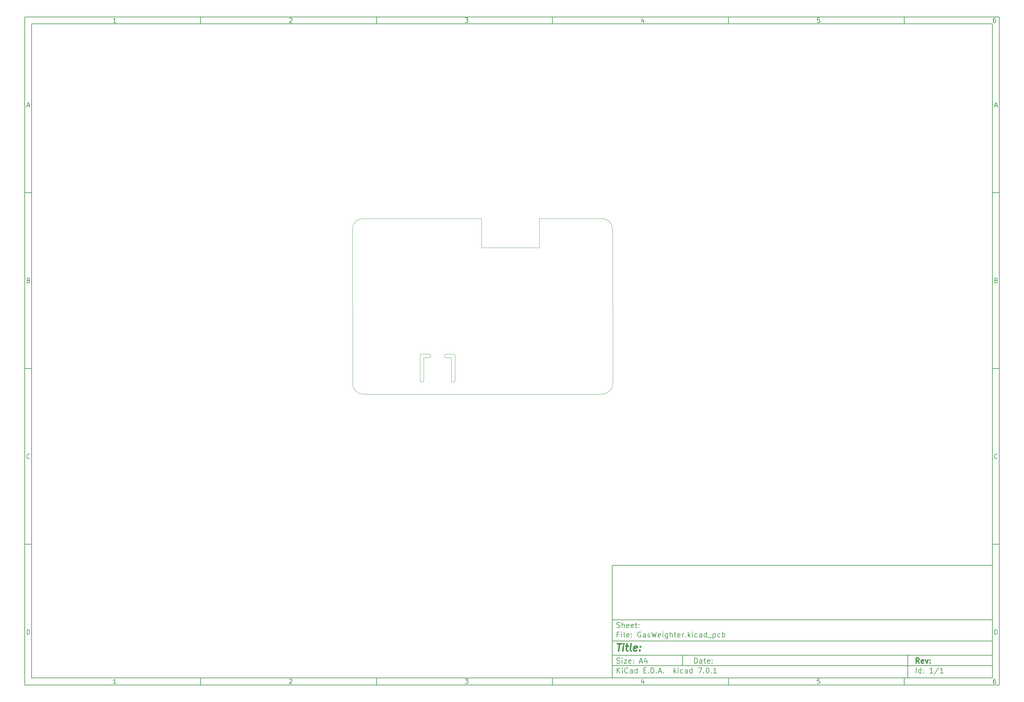
<source format=gbr>
%TF.GenerationSoftware,KiCad,Pcbnew,7.0.1*%
%TF.CreationDate,2023-11-23T19:52:31+01:00*%
%TF.ProjectId,GasWeighter,47617357-6569-4676-9874-65722e6b6963,rev?*%
%TF.SameCoordinates,Original*%
%TF.FileFunction,Profile,NP*%
%FSLAX46Y46*%
G04 Gerber Fmt 4.6, Leading zero omitted, Abs format (unit mm)*
G04 Created by KiCad (PCBNEW 7.0.1) date 2023-11-23 19:52:31*
%MOMM*%
%LPD*%
G01*
G04 APERTURE LIST*
%ADD10C,0.100000*%
%ADD11C,0.150000*%
%ADD12C,0.300000*%
%ADD13C,0.400000*%
%TA.AperFunction,Profile*%
%ADD14C,0.100000*%
%TD*%
G04 APERTURE END LIST*
D10*
D11*
X177002200Y-166007200D02*
X285002200Y-166007200D01*
X285002200Y-198007200D01*
X177002200Y-198007200D01*
X177002200Y-166007200D01*
D10*
D11*
X10000000Y-10000000D02*
X287002200Y-10000000D01*
X287002200Y-200007200D01*
X10000000Y-200007200D01*
X10000000Y-10000000D01*
D10*
D11*
X12000000Y-12000000D02*
X285002200Y-12000000D01*
X285002200Y-198007200D01*
X12000000Y-198007200D01*
X12000000Y-12000000D01*
D10*
D11*
X60000000Y-12000000D02*
X60000000Y-10000000D01*
D10*
D11*
X110000000Y-12000000D02*
X110000000Y-10000000D01*
D10*
D11*
X160000000Y-12000000D02*
X160000000Y-10000000D01*
D10*
D11*
X210000000Y-12000000D02*
X210000000Y-10000000D01*
D10*
D11*
X260000000Y-12000000D02*
X260000000Y-10000000D01*
D10*
D11*
X35990476Y-11601404D02*
X35247619Y-11601404D01*
X35619047Y-11601404D02*
X35619047Y-10301404D01*
X35619047Y-10301404D02*
X35495238Y-10487119D01*
X35495238Y-10487119D02*
X35371428Y-10610928D01*
X35371428Y-10610928D02*
X35247619Y-10672833D01*
D10*
D11*
X85247619Y-10425214D02*
X85309523Y-10363309D01*
X85309523Y-10363309D02*
X85433333Y-10301404D01*
X85433333Y-10301404D02*
X85742857Y-10301404D01*
X85742857Y-10301404D02*
X85866666Y-10363309D01*
X85866666Y-10363309D02*
X85928571Y-10425214D01*
X85928571Y-10425214D02*
X85990476Y-10549023D01*
X85990476Y-10549023D02*
X85990476Y-10672833D01*
X85990476Y-10672833D02*
X85928571Y-10858547D01*
X85928571Y-10858547D02*
X85185714Y-11601404D01*
X85185714Y-11601404D02*
X85990476Y-11601404D01*
D10*
D11*
X135185714Y-10301404D02*
X135990476Y-10301404D01*
X135990476Y-10301404D02*
X135557142Y-10796642D01*
X135557142Y-10796642D02*
X135742857Y-10796642D01*
X135742857Y-10796642D02*
X135866666Y-10858547D01*
X135866666Y-10858547D02*
X135928571Y-10920452D01*
X135928571Y-10920452D02*
X135990476Y-11044261D01*
X135990476Y-11044261D02*
X135990476Y-11353785D01*
X135990476Y-11353785D02*
X135928571Y-11477595D01*
X135928571Y-11477595D02*
X135866666Y-11539500D01*
X135866666Y-11539500D02*
X135742857Y-11601404D01*
X135742857Y-11601404D02*
X135371428Y-11601404D01*
X135371428Y-11601404D02*
X135247619Y-11539500D01*
X135247619Y-11539500D02*
X135185714Y-11477595D01*
D10*
D11*
X185866666Y-10734738D02*
X185866666Y-11601404D01*
X185557142Y-10239500D02*
X185247619Y-11168071D01*
X185247619Y-11168071D02*
X186052380Y-11168071D01*
D10*
D11*
X235928571Y-10301404D02*
X235309523Y-10301404D01*
X235309523Y-10301404D02*
X235247619Y-10920452D01*
X235247619Y-10920452D02*
X235309523Y-10858547D01*
X235309523Y-10858547D02*
X235433333Y-10796642D01*
X235433333Y-10796642D02*
X235742857Y-10796642D01*
X235742857Y-10796642D02*
X235866666Y-10858547D01*
X235866666Y-10858547D02*
X235928571Y-10920452D01*
X235928571Y-10920452D02*
X235990476Y-11044261D01*
X235990476Y-11044261D02*
X235990476Y-11353785D01*
X235990476Y-11353785D02*
X235928571Y-11477595D01*
X235928571Y-11477595D02*
X235866666Y-11539500D01*
X235866666Y-11539500D02*
X235742857Y-11601404D01*
X235742857Y-11601404D02*
X235433333Y-11601404D01*
X235433333Y-11601404D02*
X235309523Y-11539500D01*
X235309523Y-11539500D02*
X235247619Y-11477595D01*
D10*
D11*
X285866666Y-10301404D02*
X285619047Y-10301404D01*
X285619047Y-10301404D02*
X285495238Y-10363309D01*
X285495238Y-10363309D02*
X285433333Y-10425214D01*
X285433333Y-10425214D02*
X285309523Y-10610928D01*
X285309523Y-10610928D02*
X285247619Y-10858547D01*
X285247619Y-10858547D02*
X285247619Y-11353785D01*
X285247619Y-11353785D02*
X285309523Y-11477595D01*
X285309523Y-11477595D02*
X285371428Y-11539500D01*
X285371428Y-11539500D02*
X285495238Y-11601404D01*
X285495238Y-11601404D02*
X285742857Y-11601404D01*
X285742857Y-11601404D02*
X285866666Y-11539500D01*
X285866666Y-11539500D02*
X285928571Y-11477595D01*
X285928571Y-11477595D02*
X285990476Y-11353785D01*
X285990476Y-11353785D02*
X285990476Y-11044261D01*
X285990476Y-11044261D02*
X285928571Y-10920452D01*
X285928571Y-10920452D02*
X285866666Y-10858547D01*
X285866666Y-10858547D02*
X285742857Y-10796642D01*
X285742857Y-10796642D02*
X285495238Y-10796642D01*
X285495238Y-10796642D02*
X285371428Y-10858547D01*
X285371428Y-10858547D02*
X285309523Y-10920452D01*
X285309523Y-10920452D02*
X285247619Y-11044261D01*
D10*
D11*
X60000000Y-198007200D02*
X60000000Y-200007200D01*
D10*
D11*
X110000000Y-198007200D02*
X110000000Y-200007200D01*
D10*
D11*
X160000000Y-198007200D02*
X160000000Y-200007200D01*
D10*
D11*
X210000000Y-198007200D02*
X210000000Y-200007200D01*
D10*
D11*
X260000000Y-198007200D02*
X260000000Y-200007200D01*
D10*
D11*
X35990476Y-199608604D02*
X35247619Y-199608604D01*
X35619047Y-199608604D02*
X35619047Y-198308604D01*
X35619047Y-198308604D02*
X35495238Y-198494319D01*
X35495238Y-198494319D02*
X35371428Y-198618128D01*
X35371428Y-198618128D02*
X35247619Y-198680033D01*
D10*
D11*
X85247619Y-198432414D02*
X85309523Y-198370509D01*
X85309523Y-198370509D02*
X85433333Y-198308604D01*
X85433333Y-198308604D02*
X85742857Y-198308604D01*
X85742857Y-198308604D02*
X85866666Y-198370509D01*
X85866666Y-198370509D02*
X85928571Y-198432414D01*
X85928571Y-198432414D02*
X85990476Y-198556223D01*
X85990476Y-198556223D02*
X85990476Y-198680033D01*
X85990476Y-198680033D02*
X85928571Y-198865747D01*
X85928571Y-198865747D02*
X85185714Y-199608604D01*
X85185714Y-199608604D02*
X85990476Y-199608604D01*
D10*
D11*
X135185714Y-198308604D02*
X135990476Y-198308604D01*
X135990476Y-198308604D02*
X135557142Y-198803842D01*
X135557142Y-198803842D02*
X135742857Y-198803842D01*
X135742857Y-198803842D02*
X135866666Y-198865747D01*
X135866666Y-198865747D02*
X135928571Y-198927652D01*
X135928571Y-198927652D02*
X135990476Y-199051461D01*
X135990476Y-199051461D02*
X135990476Y-199360985D01*
X135990476Y-199360985D02*
X135928571Y-199484795D01*
X135928571Y-199484795D02*
X135866666Y-199546700D01*
X135866666Y-199546700D02*
X135742857Y-199608604D01*
X135742857Y-199608604D02*
X135371428Y-199608604D01*
X135371428Y-199608604D02*
X135247619Y-199546700D01*
X135247619Y-199546700D02*
X135185714Y-199484795D01*
D10*
D11*
X185866666Y-198741938D02*
X185866666Y-199608604D01*
X185557142Y-198246700D02*
X185247619Y-199175271D01*
X185247619Y-199175271D02*
X186052380Y-199175271D01*
D10*
D11*
X235928571Y-198308604D02*
X235309523Y-198308604D01*
X235309523Y-198308604D02*
X235247619Y-198927652D01*
X235247619Y-198927652D02*
X235309523Y-198865747D01*
X235309523Y-198865747D02*
X235433333Y-198803842D01*
X235433333Y-198803842D02*
X235742857Y-198803842D01*
X235742857Y-198803842D02*
X235866666Y-198865747D01*
X235866666Y-198865747D02*
X235928571Y-198927652D01*
X235928571Y-198927652D02*
X235990476Y-199051461D01*
X235990476Y-199051461D02*
X235990476Y-199360985D01*
X235990476Y-199360985D02*
X235928571Y-199484795D01*
X235928571Y-199484795D02*
X235866666Y-199546700D01*
X235866666Y-199546700D02*
X235742857Y-199608604D01*
X235742857Y-199608604D02*
X235433333Y-199608604D01*
X235433333Y-199608604D02*
X235309523Y-199546700D01*
X235309523Y-199546700D02*
X235247619Y-199484795D01*
D10*
D11*
X285866666Y-198308604D02*
X285619047Y-198308604D01*
X285619047Y-198308604D02*
X285495238Y-198370509D01*
X285495238Y-198370509D02*
X285433333Y-198432414D01*
X285433333Y-198432414D02*
X285309523Y-198618128D01*
X285309523Y-198618128D02*
X285247619Y-198865747D01*
X285247619Y-198865747D02*
X285247619Y-199360985D01*
X285247619Y-199360985D02*
X285309523Y-199484795D01*
X285309523Y-199484795D02*
X285371428Y-199546700D01*
X285371428Y-199546700D02*
X285495238Y-199608604D01*
X285495238Y-199608604D02*
X285742857Y-199608604D01*
X285742857Y-199608604D02*
X285866666Y-199546700D01*
X285866666Y-199546700D02*
X285928571Y-199484795D01*
X285928571Y-199484795D02*
X285990476Y-199360985D01*
X285990476Y-199360985D02*
X285990476Y-199051461D01*
X285990476Y-199051461D02*
X285928571Y-198927652D01*
X285928571Y-198927652D02*
X285866666Y-198865747D01*
X285866666Y-198865747D02*
X285742857Y-198803842D01*
X285742857Y-198803842D02*
X285495238Y-198803842D01*
X285495238Y-198803842D02*
X285371428Y-198865747D01*
X285371428Y-198865747D02*
X285309523Y-198927652D01*
X285309523Y-198927652D02*
X285247619Y-199051461D01*
D10*
D11*
X10000000Y-60000000D02*
X12000000Y-60000000D01*
D10*
D11*
X10000000Y-110000000D02*
X12000000Y-110000000D01*
D10*
D11*
X10000000Y-160000000D02*
X12000000Y-160000000D01*
D10*
D11*
X10690476Y-35229976D02*
X11309523Y-35229976D01*
X10566666Y-35601404D02*
X10999999Y-34301404D01*
X10999999Y-34301404D02*
X11433333Y-35601404D01*
D10*
D11*
X11092857Y-84920452D02*
X11278571Y-84982357D01*
X11278571Y-84982357D02*
X11340476Y-85044261D01*
X11340476Y-85044261D02*
X11402380Y-85168071D01*
X11402380Y-85168071D02*
X11402380Y-85353785D01*
X11402380Y-85353785D02*
X11340476Y-85477595D01*
X11340476Y-85477595D02*
X11278571Y-85539500D01*
X11278571Y-85539500D02*
X11154761Y-85601404D01*
X11154761Y-85601404D02*
X10659523Y-85601404D01*
X10659523Y-85601404D02*
X10659523Y-84301404D01*
X10659523Y-84301404D02*
X11092857Y-84301404D01*
X11092857Y-84301404D02*
X11216666Y-84363309D01*
X11216666Y-84363309D02*
X11278571Y-84425214D01*
X11278571Y-84425214D02*
X11340476Y-84549023D01*
X11340476Y-84549023D02*
X11340476Y-84672833D01*
X11340476Y-84672833D02*
X11278571Y-84796642D01*
X11278571Y-84796642D02*
X11216666Y-84858547D01*
X11216666Y-84858547D02*
X11092857Y-84920452D01*
X11092857Y-84920452D02*
X10659523Y-84920452D01*
D10*
D11*
X11402380Y-135477595D02*
X11340476Y-135539500D01*
X11340476Y-135539500D02*
X11154761Y-135601404D01*
X11154761Y-135601404D02*
X11030952Y-135601404D01*
X11030952Y-135601404D02*
X10845238Y-135539500D01*
X10845238Y-135539500D02*
X10721428Y-135415690D01*
X10721428Y-135415690D02*
X10659523Y-135291880D01*
X10659523Y-135291880D02*
X10597619Y-135044261D01*
X10597619Y-135044261D02*
X10597619Y-134858547D01*
X10597619Y-134858547D02*
X10659523Y-134610928D01*
X10659523Y-134610928D02*
X10721428Y-134487119D01*
X10721428Y-134487119D02*
X10845238Y-134363309D01*
X10845238Y-134363309D02*
X11030952Y-134301404D01*
X11030952Y-134301404D02*
X11154761Y-134301404D01*
X11154761Y-134301404D02*
X11340476Y-134363309D01*
X11340476Y-134363309D02*
X11402380Y-134425214D01*
D10*
D11*
X10659523Y-185601404D02*
X10659523Y-184301404D01*
X10659523Y-184301404D02*
X10969047Y-184301404D01*
X10969047Y-184301404D02*
X11154761Y-184363309D01*
X11154761Y-184363309D02*
X11278571Y-184487119D01*
X11278571Y-184487119D02*
X11340476Y-184610928D01*
X11340476Y-184610928D02*
X11402380Y-184858547D01*
X11402380Y-184858547D02*
X11402380Y-185044261D01*
X11402380Y-185044261D02*
X11340476Y-185291880D01*
X11340476Y-185291880D02*
X11278571Y-185415690D01*
X11278571Y-185415690D02*
X11154761Y-185539500D01*
X11154761Y-185539500D02*
X10969047Y-185601404D01*
X10969047Y-185601404D02*
X10659523Y-185601404D01*
D10*
D11*
X287002200Y-60000000D02*
X285002200Y-60000000D01*
D10*
D11*
X287002200Y-110000000D02*
X285002200Y-110000000D01*
D10*
D11*
X287002200Y-160000000D02*
X285002200Y-160000000D01*
D10*
D11*
X285692676Y-35229976D02*
X286311723Y-35229976D01*
X285568866Y-35601404D02*
X286002199Y-34301404D01*
X286002199Y-34301404D02*
X286435533Y-35601404D01*
D10*
D11*
X286095057Y-84920452D02*
X286280771Y-84982357D01*
X286280771Y-84982357D02*
X286342676Y-85044261D01*
X286342676Y-85044261D02*
X286404580Y-85168071D01*
X286404580Y-85168071D02*
X286404580Y-85353785D01*
X286404580Y-85353785D02*
X286342676Y-85477595D01*
X286342676Y-85477595D02*
X286280771Y-85539500D01*
X286280771Y-85539500D02*
X286156961Y-85601404D01*
X286156961Y-85601404D02*
X285661723Y-85601404D01*
X285661723Y-85601404D02*
X285661723Y-84301404D01*
X285661723Y-84301404D02*
X286095057Y-84301404D01*
X286095057Y-84301404D02*
X286218866Y-84363309D01*
X286218866Y-84363309D02*
X286280771Y-84425214D01*
X286280771Y-84425214D02*
X286342676Y-84549023D01*
X286342676Y-84549023D02*
X286342676Y-84672833D01*
X286342676Y-84672833D02*
X286280771Y-84796642D01*
X286280771Y-84796642D02*
X286218866Y-84858547D01*
X286218866Y-84858547D02*
X286095057Y-84920452D01*
X286095057Y-84920452D02*
X285661723Y-84920452D01*
D10*
D11*
X286404580Y-135477595D02*
X286342676Y-135539500D01*
X286342676Y-135539500D02*
X286156961Y-135601404D01*
X286156961Y-135601404D02*
X286033152Y-135601404D01*
X286033152Y-135601404D02*
X285847438Y-135539500D01*
X285847438Y-135539500D02*
X285723628Y-135415690D01*
X285723628Y-135415690D02*
X285661723Y-135291880D01*
X285661723Y-135291880D02*
X285599819Y-135044261D01*
X285599819Y-135044261D02*
X285599819Y-134858547D01*
X285599819Y-134858547D02*
X285661723Y-134610928D01*
X285661723Y-134610928D02*
X285723628Y-134487119D01*
X285723628Y-134487119D02*
X285847438Y-134363309D01*
X285847438Y-134363309D02*
X286033152Y-134301404D01*
X286033152Y-134301404D02*
X286156961Y-134301404D01*
X286156961Y-134301404D02*
X286342676Y-134363309D01*
X286342676Y-134363309D02*
X286404580Y-134425214D01*
D10*
D11*
X285661723Y-185601404D02*
X285661723Y-184301404D01*
X285661723Y-184301404D02*
X285971247Y-184301404D01*
X285971247Y-184301404D02*
X286156961Y-184363309D01*
X286156961Y-184363309D02*
X286280771Y-184487119D01*
X286280771Y-184487119D02*
X286342676Y-184610928D01*
X286342676Y-184610928D02*
X286404580Y-184858547D01*
X286404580Y-184858547D02*
X286404580Y-185044261D01*
X286404580Y-185044261D02*
X286342676Y-185291880D01*
X286342676Y-185291880D02*
X286280771Y-185415690D01*
X286280771Y-185415690D02*
X286156961Y-185539500D01*
X286156961Y-185539500D02*
X285971247Y-185601404D01*
X285971247Y-185601404D02*
X285661723Y-185601404D01*
D10*
D11*
X200359342Y-193801128D02*
X200359342Y-192301128D01*
X200359342Y-192301128D02*
X200716485Y-192301128D01*
X200716485Y-192301128D02*
X200930771Y-192372557D01*
X200930771Y-192372557D02*
X201073628Y-192515414D01*
X201073628Y-192515414D02*
X201145057Y-192658271D01*
X201145057Y-192658271D02*
X201216485Y-192943985D01*
X201216485Y-192943985D02*
X201216485Y-193158271D01*
X201216485Y-193158271D02*
X201145057Y-193443985D01*
X201145057Y-193443985D02*
X201073628Y-193586842D01*
X201073628Y-193586842D02*
X200930771Y-193729700D01*
X200930771Y-193729700D02*
X200716485Y-193801128D01*
X200716485Y-193801128D02*
X200359342Y-193801128D01*
X202502200Y-193801128D02*
X202502200Y-193015414D01*
X202502200Y-193015414D02*
X202430771Y-192872557D01*
X202430771Y-192872557D02*
X202287914Y-192801128D01*
X202287914Y-192801128D02*
X202002200Y-192801128D01*
X202002200Y-192801128D02*
X201859342Y-192872557D01*
X202502200Y-193729700D02*
X202359342Y-193801128D01*
X202359342Y-193801128D02*
X202002200Y-193801128D01*
X202002200Y-193801128D02*
X201859342Y-193729700D01*
X201859342Y-193729700D02*
X201787914Y-193586842D01*
X201787914Y-193586842D02*
X201787914Y-193443985D01*
X201787914Y-193443985D02*
X201859342Y-193301128D01*
X201859342Y-193301128D02*
X202002200Y-193229700D01*
X202002200Y-193229700D02*
X202359342Y-193229700D01*
X202359342Y-193229700D02*
X202502200Y-193158271D01*
X203002200Y-192801128D02*
X203573628Y-192801128D01*
X203216485Y-192301128D02*
X203216485Y-193586842D01*
X203216485Y-193586842D02*
X203287914Y-193729700D01*
X203287914Y-193729700D02*
X203430771Y-193801128D01*
X203430771Y-193801128D02*
X203573628Y-193801128D01*
X204645057Y-193729700D02*
X204502200Y-193801128D01*
X204502200Y-193801128D02*
X204216486Y-193801128D01*
X204216486Y-193801128D02*
X204073628Y-193729700D01*
X204073628Y-193729700D02*
X204002200Y-193586842D01*
X204002200Y-193586842D02*
X204002200Y-193015414D01*
X204002200Y-193015414D02*
X204073628Y-192872557D01*
X204073628Y-192872557D02*
X204216486Y-192801128D01*
X204216486Y-192801128D02*
X204502200Y-192801128D01*
X204502200Y-192801128D02*
X204645057Y-192872557D01*
X204645057Y-192872557D02*
X204716486Y-193015414D01*
X204716486Y-193015414D02*
X204716486Y-193158271D01*
X204716486Y-193158271D02*
X204002200Y-193301128D01*
X205359342Y-193658271D02*
X205430771Y-193729700D01*
X205430771Y-193729700D02*
X205359342Y-193801128D01*
X205359342Y-193801128D02*
X205287914Y-193729700D01*
X205287914Y-193729700D02*
X205359342Y-193658271D01*
X205359342Y-193658271D02*
X205359342Y-193801128D01*
X205359342Y-192872557D02*
X205430771Y-192943985D01*
X205430771Y-192943985D02*
X205359342Y-193015414D01*
X205359342Y-193015414D02*
X205287914Y-192943985D01*
X205287914Y-192943985D02*
X205359342Y-192872557D01*
X205359342Y-192872557D02*
X205359342Y-193015414D01*
D10*
D11*
X177002200Y-194507200D02*
X285002200Y-194507200D01*
D10*
D11*
X178359342Y-196601128D02*
X178359342Y-195101128D01*
X179216485Y-196601128D02*
X178573628Y-195743985D01*
X179216485Y-195101128D02*
X178359342Y-195958271D01*
X179859342Y-196601128D02*
X179859342Y-195601128D01*
X179859342Y-195101128D02*
X179787914Y-195172557D01*
X179787914Y-195172557D02*
X179859342Y-195243985D01*
X179859342Y-195243985D02*
X179930771Y-195172557D01*
X179930771Y-195172557D02*
X179859342Y-195101128D01*
X179859342Y-195101128D02*
X179859342Y-195243985D01*
X181430771Y-196458271D02*
X181359343Y-196529700D01*
X181359343Y-196529700D02*
X181145057Y-196601128D01*
X181145057Y-196601128D02*
X181002200Y-196601128D01*
X181002200Y-196601128D02*
X180787914Y-196529700D01*
X180787914Y-196529700D02*
X180645057Y-196386842D01*
X180645057Y-196386842D02*
X180573628Y-196243985D01*
X180573628Y-196243985D02*
X180502200Y-195958271D01*
X180502200Y-195958271D02*
X180502200Y-195743985D01*
X180502200Y-195743985D02*
X180573628Y-195458271D01*
X180573628Y-195458271D02*
X180645057Y-195315414D01*
X180645057Y-195315414D02*
X180787914Y-195172557D01*
X180787914Y-195172557D02*
X181002200Y-195101128D01*
X181002200Y-195101128D02*
X181145057Y-195101128D01*
X181145057Y-195101128D02*
X181359343Y-195172557D01*
X181359343Y-195172557D02*
X181430771Y-195243985D01*
X182716486Y-196601128D02*
X182716486Y-195815414D01*
X182716486Y-195815414D02*
X182645057Y-195672557D01*
X182645057Y-195672557D02*
X182502200Y-195601128D01*
X182502200Y-195601128D02*
X182216486Y-195601128D01*
X182216486Y-195601128D02*
X182073628Y-195672557D01*
X182716486Y-196529700D02*
X182573628Y-196601128D01*
X182573628Y-196601128D02*
X182216486Y-196601128D01*
X182216486Y-196601128D02*
X182073628Y-196529700D01*
X182073628Y-196529700D02*
X182002200Y-196386842D01*
X182002200Y-196386842D02*
X182002200Y-196243985D01*
X182002200Y-196243985D02*
X182073628Y-196101128D01*
X182073628Y-196101128D02*
X182216486Y-196029700D01*
X182216486Y-196029700D02*
X182573628Y-196029700D01*
X182573628Y-196029700D02*
X182716486Y-195958271D01*
X184073629Y-196601128D02*
X184073629Y-195101128D01*
X184073629Y-196529700D02*
X183930771Y-196601128D01*
X183930771Y-196601128D02*
X183645057Y-196601128D01*
X183645057Y-196601128D02*
X183502200Y-196529700D01*
X183502200Y-196529700D02*
X183430771Y-196458271D01*
X183430771Y-196458271D02*
X183359343Y-196315414D01*
X183359343Y-196315414D02*
X183359343Y-195886842D01*
X183359343Y-195886842D02*
X183430771Y-195743985D01*
X183430771Y-195743985D02*
X183502200Y-195672557D01*
X183502200Y-195672557D02*
X183645057Y-195601128D01*
X183645057Y-195601128D02*
X183930771Y-195601128D01*
X183930771Y-195601128D02*
X184073629Y-195672557D01*
X185930771Y-195815414D02*
X186430771Y-195815414D01*
X186645057Y-196601128D02*
X185930771Y-196601128D01*
X185930771Y-196601128D02*
X185930771Y-195101128D01*
X185930771Y-195101128D02*
X186645057Y-195101128D01*
X187287914Y-196458271D02*
X187359343Y-196529700D01*
X187359343Y-196529700D02*
X187287914Y-196601128D01*
X187287914Y-196601128D02*
X187216486Y-196529700D01*
X187216486Y-196529700D02*
X187287914Y-196458271D01*
X187287914Y-196458271D02*
X187287914Y-196601128D01*
X188002200Y-196601128D02*
X188002200Y-195101128D01*
X188002200Y-195101128D02*
X188359343Y-195101128D01*
X188359343Y-195101128D02*
X188573629Y-195172557D01*
X188573629Y-195172557D02*
X188716486Y-195315414D01*
X188716486Y-195315414D02*
X188787915Y-195458271D01*
X188787915Y-195458271D02*
X188859343Y-195743985D01*
X188859343Y-195743985D02*
X188859343Y-195958271D01*
X188859343Y-195958271D02*
X188787915Y-196243985D01*
X188787915Y-196243985D02*
X188716486Y-196386842D01*
X188716486Y-196386842D02*
X188573629Y-196529700D01*
X188573629Y-196529700D02*
X188359343Y-196601128D01*
X188359343Y-196601128D02*
X188002200Y-196601128D01*
X189502200Y-196458271D02*
X189573629Y-196529700D01*
X189573629Y-196529700D02*
X189502200Y-196601128D01*
X189502200Y-196601128D02*
X189430772Y-196529700D01*
X189430772Y-196529700D02*
X189502200Y-196458271D01*
X189502200Y-196458271D02*
X189502200Y-196601128D01*
X190145058Y-196172557D02*
X190859344Y-196172557D01*
X190002201Y-196601128D02*
X190502201Y-195101128D01*
X190502201Y-195101128D02*
X191002201Y-196601128D01*
X191502200Y-196458271D02*
X191573629Y-196529700D01*
X191573629Y-196529700D02*
X191502200Y-196601128D01*
X191502200Y-196601128D02*
X191430772Y-196529700D01*
X191430772Y-196529700D02*
X191502200Y-196458271D01*
X191502200Y-196458271D02*
X191502200Y-196601128D01*
X194502200Y-196601128D02*
X194502200Y-195101128D01*
X194645058Y-196029700D02*
X195073629Y-196601128D01*
X195073629Y-195601128D02*
X194502200Y-196172557D01*
X195716486Y-196601128D02*
X195716486Y-195601128D01*
X195716486Y-195101128D02*
X195645058Y-195172557D01*
X195645058Y-195172557D02*
X195716486Y-195243985D01*
X195716486Y-195243985D02*
X195787915Y-195172557D01*
X195787915Y-195172557D02*
X195716486Y-195101128D01*
X195716486Y-195101128D02*
X195716486Y-195243985D01*
X197073630Y-196529700D02*
X196930772Y-196601128D01*
X196930772Y-196601128D02*
X196645058Y-196601128D01*
X196645058Y-196601128D02*
X196502201Y-196529700D01*
X196502201Y-196529700D02*
X196430772Y-196458271D01*
X196430772Y-196458271D02*
X196359344Y-196315414D01*
X196359344Y-196315414D02*
X196359344Y-195886842D01*
X196359344Y-195886842D02*
X196430772Y-195743985D01*
X196430772Y-195743985D02*
X196502201Y-195672557D01*
X196502201Y-195672557D02*
X196645058Y-195601128D01*
X196645058Y-195601128D02*
X196930772Y-195601128D01*
X196930772Y-195601128D02*
X197073630Y-195672557D01*
X198359344Y-196601128D02*
X198359344Y-195815414D01*
X198359344Y-195815414D02*
X198287915Y-195672557D01*
X198287915Y-195672557D02*
X198145058Y-195601128D01*
X198145058Y-195601128D02*
X197859344Y-195601128D01*
X197859344Y-195601128D02*
X197716486Y-195672557D01*
X198359344Y-196529700D02*
X198216486Y-196601128D01*
X198216486Y-196601128D02*
X197859344Y-196601128D01*
X197859344Y-196601128D02*
X197716486Y-196529700D01*
X197716486Y-196529700D02*
X197645058Y-196386842D01*
X197645058Y-196386842D02*
X197645058Y-196243985D01*
X197645058Y-196243985D02*
X197716486Y-196101128D01*
X197716486Y-196101128D02*
X197859344Y-196029700D01*
X197859344Y-196029700D02*
X198216486Y-196029700D01*
X198216486Y-196029700D02*
X198359344Y-195958271D01*
X199716487Y-196601128D02*
X199716487Y-195101128D01*
X199716487Y-196529700D02*
X199573629Y-196601128D01*
X199573629Y-196601128D02*
X199287915Y-196601128D01*
X199287915Y-196601128D02*
X199145058Y-196529700D01*
X199145058Y-196529700D02*
X199073629Y-196458271D01*
X199073629Y-196458271D02*
X199002201Y-196315414D01*
X199002201Y-196315414D02*
X199002201Y-195886842D01*
X199002201Y-195886842D02*
X199073629Y-195743985D01*
X199073629Y-195743985D02*
X199145058Y-195672557D01*
X199145058Y-195672557D02*
X199287915Y-195601128D01*
X199287915Y-195601128D02*
X199573629Y-195601128D01*
X199573629Y-195601128D02*
X199716487Y-195672557D01*
X201430772Y-195101128D02*
X202430772Y-195101128D01*
X202430772Y-195101128D02*
X201787915Y-196601128D01*
X203002200Y-196458271D02*
X203073629Y-196529700D01*
X203073629Y-196529700D02*
X203002200Y-196601128D01*
X203002200Y-196601128D02*
X202930772Y-196529700D01*
X202930772Y-196529700D02*
X203002200Y-196458271D01*
X203002200Y-196458271D02*
X203002200Y-196601128D01*
X204002201Y-195101128D02*
X204145058Y-195101128D01*
X204145058Y-195101128D02*
X204287915Y-195172557D01*
X204287915Y-195172557D02*
X204359344Y-195243985D01*
X204359344Y-195243985D02*
X204430772Y-195386842D01*
X204430772Y-195386842D02*
X204502201Y-195672557D01*
X204502201Y-195672557D02*
X204502201Y-196029700D01*
X204502201Y-196029700D02*
X204430772Y-196315414D01*
X204430772Y-196315414D02*
X204359344Y-196458271D01*
X204359344Y-196458271D02*
X204287915Y-196529700D01*
X204287915Y-196529700D02*
X204145058Y-196601128D01*
X204145058Y-196601128D02*
X204002201Y-196601128D01*
X204002201Y-196601128D02*
X203859344Y-196529700D01*
X203859344Y-196529700D02*
X203787915Y-196458271D01*
X203787915Y-196458271D02*
X203716486Y-196315414D01*
X203716486Y-196315414D02*
X203645058Y-196029700D01*
X203645058Y-196029700D02*
X203645058Y-195672557D01*
X203645058Y-195672557D02*
X203716486Y-195386842D01*
X203716486Y-195386842D02*
X203787915Y-195243985D01*
X203787915Y-195243985D02*
X203859344Y-195172557D01*
X203859344Y-195172557D02*
X204002201Y-195101128D01*
X205145057Y-196458271D02*
X205216486Y-196529700D01*
X205216486Y-196529700D02*
X205145057Y-196601128D01*
X205145057Y-196601128D02*
X205073629Y-196529700D01*
X205073629Y-196529700D02*
X205145057Y-196458271D01*
X205145057Y-196458271D02*
X205145057Y-196601128D01*
X206645058Y-196601128D02*
X205787915Y-196601128D01*
X206216486Y-196601128D02*
X206216486Y-195101128D01*
X206216486Y-195101128D02*
X206073629Y-195315414D01*
X206073629Y-195315414D02*
X205930772Y-195458271D01*
X205930772Y-195458271D02*
X205787915Y-195529700D01*
D10*
D11*
X177002200Y-191507200D02*
X285002200Y-191507200D01*
D10*
D12*
X264216485Y-193801128D02*
X263716485Y-193086842D01*
X263359342Y-193801128D02*
X263359342Y-192301128D01*
X263359342Y-192301128D02*
X263930771Y-192301128D01*
X263930771Y-192301128D02*
X264073628Y-192372557D01*
X264073628Y-192372557D02*
X264145057Y-192443985D01*
X264145057Y-192443985D02*
X264216485Y-192586842D01*
X264216485Y-192586842D02*
X264216485Y-192801128D01*
X264216485Y-192801128D02*
X264145057Y-192943985D01*
X264145057Y-192943985D02*
X264073628Y-193015414D01*
X264073628Y-193015414D02*
X263930771Y-193086842D01*
X263930771Y-193086842D02*
X263359342Y-193086842D01*
X265430771Y-193729700D02*
X265287914Y-193801128D01*
X265287914Y-193801128D02*
X265002200Y-193801128D01*
X265002200Y-193801128D02*
X264859342Y-193729700D01*
X264859342Y-193729700D02*
X264787914Y-193586842D01*
X264787914Y-193586842D02*
X264787914Y-193015414D01*
X264787914Y-193015414D02*
X264859342Y-192872557D01*
X264859342Y-192872557D02*
X265002200Y-192801128D01*
X265002200Y-192801128D02*
X265287914Y-192801128D01*
X265287914Y-192801128D02*
X265430771Y-192872557D01*
X265430771Y-192872557D02*
X265502200Y-193015414D01*
X265502200Y-193015414D02*
X265502200Y-193158271D01*
X265502200Y-193158271D02*
X264787914Y-193301128D01*
X266002199Y-192801128D02*
X266359342Y-193801128D01*
X266359342Y-193801128D02*
X266716485Y-192801128D01*
X267287913Y-193658271D02*
X267359342Y-193729700D01*
X267359342Y-193729700D02*
X267287913Y-193801128D01*
X267287913Y-193801128D02*
X267216485Y-193729700D01*
X267216485Y-193729700D02*
X267287913Y-193658271D01*
X267287913Y-193658271D02*
X267287913Y-193801128D01*
X267287913Y-192872557D02*
X267359342Y-192943985D01*
X267359342Y-192943985D02*
X267287913Y-193015414D01*
X267287913Y-193015414D02*
X267216485Y-192943985D01*
X267216485Y-192943985D02*
X267287913Y-192872557D01*
X267287913Y-192872557D02*
X267287913Y-193015414D01*
D10*
D11*
X178287914Y-193729700D02*
X178502200Y-193801128D01*
X178502200Y-193801128D02*
X178859342Y-193801128D01*
X178859342Y-193801128D02*
X179002200Y-193729700D01*
X179002200Y-193729700D02*
X179073628Y-193658271D01*
X179073628Y-193658271D02*
X179145057Y-193515414D01*
X179145057Y-193515414D02*
X179145057Y-193372557D01*
X179145057Y-193372557D02*
X179073628Y-193229700D01*
X179073628Y-193229700D02*
X179002200Y-193158271D01*
X179002200Y-193158271D02*
X178859342Y-193086842D01*
X178859342Y-193086842D02*
X178573628Y-193015414D01*
X178573628Y-193015414D02*
X178430771Y-192943985D01*
X178430771Y-192943985D02*
X178359342Y-192872557D01*
X178359342Y-192872557D02*
X178287914Y-192729700D01*
X178287914Y-192729700D02*
X178287914Y-192586842D01*
X178287914Y-192586842D02*
X178359342Y-192443985D01*
X178359342Y-192443985D02*
X178430771Y-192372557D01*
X178430771Y-192372557D02*
X178573628Y-192301128D01*
X178573628Y-192301128D02*
X178930771Y-192301128D01*
X178930771Y-192301128D02*
X179145057Y-192372557D01*
X179787913Y-193801128D02*
X179787913Y-192801128D01*
X179787913Y-192301128D02*
X179716485Y-192372557D01*
X179716485Y-192372557D02*
X179787913Y-192443985D01*
X179787913Y-192443985D02*
X179859342Y-192372557D01*
X179859342Y-192372557D02*
X179787913Y-192301128D01*
X179787913Y-192301128D02*
X179787913Y-192443985D01*
X180359342Y-192801128D02*
X181145057Y-192801128D01*
X181145057Y-192801128D02*
X180359342Y-193801128D01*
X180359342Y-193801128D02*
X181145057Y-193801128D01*
X182287914Y-193729700D02*
X182145057Y-193801128D01*
X182145057Y-193801128D02*
X181859343Y-193801128D01*
X181859343Y-193801128D02*
X181716485Y-193729700D01*
X181716485Y-193729700D02*
X181645057Y-193586842D01*
X181645057Y-193586842D02*
X181645057Y-193015414D01*
X181645057Y-193015414D02*
X181716485Y-192872557D01*
X181716485Y-192872557D02*
X181859343Y-192801128D01*
X181859343Y-192801128D02*
X182145057Y-192801128D01*
X182145057Y-192801128D02*
X182287914Y-192872557D01*
X182287914Y-192872557D02*
X182359343Y-193015414D01*
X182359343Y-193015414D02*
X182359343Y-193158271D01*
X182359343Y-193158271D02*
X181645057Y-193301128D01*
X183002199Y-193658271D02*
X183073628Y-193729700D01*
X183073628Y-193729700D02*
X183002199Y-193801128D01*
X183002199Y-193801128D02*
X182930771Y-193729700D01*
X182930771Y-193729700D02*
X183002199Y-193658271D01*
X183002199Y-193658271D02*
X183002199Y-193801128D01*
X183002199Y-192872557D02*
X183073628Y-192943985D01*
X183073628Y-192943985D02*
X183002199Y-193015414D01*
X183002199Y-193015414D02*
X182930771Y-192943985D01*
X182930771Y-192943985D02*
X183002199Y-192872557D01*
X183002199Y-192872557D02*
X183002199Y-193015414D01*
X184787914Y-193372557D02*
X185502200Y-193372557D01*
X184645057Y-193801128D02*
X185145057Y-192301128D01*
X185145057Y-192301128D02*
X185645057Y-193801128D01*
X186787914Y-192801128D02*
X186787914Y-193801128D01*
X186430771Y-192229700D02*
X186073628Y-193301128D01*
X186073628Y-193301128D02*
X187002199Y-193301128D01*
D10*
D11*
X263359342Y-196601128D02*
X263359342Y-195101128D01*
X264716486Y-196601128D02*
X264716486Y-195101128D01*
X264716486Y-196529700D02*
X264573628Y-196601128D01*
X264573628Y-196601128D02*
X264287914Y-196601128D01*
X264287914Y-196601128D02*
X264145057Y-196529700D01*
X264145057Y-196529700D02*
X264073628Y-196458271D01*
X264073628Y-196458271D02*
X264002200Y-196315414D01*
X264002200Y-196315414D02*
X264002200Y-195886842D01*
X264002200Y-195886842D02*
X264073628Y-195743985D01*
X264073628Y-195743985D02*
X264145057Y-195672557D01*
X264145057Y-195672557D02*
X264287914Y-195601128D01*
X264287914Y-195601128D02*
X264573628Y-195601128D01*
X264573628Y-195601128D02*
X264716486Y-195672557D01*
X265430771Y-196458271D02*
X265502200Y-196529700D01*
X265502200Y-196529700D02*
X265430771Y-196601128D01*
X265430771Y-196601128D02*
X265359343Y-196529700D01*
X265359343Y-196529700D02*
X265430771Y-196458271D01*
X265430771Y-196458271D02*
X265430771Y-196601128D01*
X265430771Y-195672557D02*
X265502200Y-195743985D01*
X265502200Y-195743985D02*
X265430771Y-195815414D01*
X265430771Y-195815414D02*
X265359343Y-195743985D01*
X265359343Y-195743985D02*
X265430771Y-195672557D01*
X265430771Y-195672557D02*
X265430771Y-195815414D01*
X268073629Y-196601128D02*
X267216486Y-196601128D01*
X267645057Y-196601128D02*
X267645057Y-195101128D01*
X267645057Y-195101128D02*
X267502200Y-195315414D01*
X267502200Y-195315414D02*
X267359343Y-195458271D01*
X267359343Y-195458271D02*
X267216486Y-195529700D01*
X269787914Y-195029700D02*
X268502200Y-196958271D01*
X271073629Y-196601128D02*
X270216486Y-196601128D01*
X270645057Y-196601128D02*
X270645057Y-195101128D01*
X270645057Y-195101128D02*
X270502200Y-195315414D01*
X270502200Y-195315414D02*
X270359343Y-195458271D01*
X270359343Y-195458271D02*
X270216486Y-195529700D01*
D10*
D11*
X177002200Y-187507200D02*
X285002200Y-187507200D01*
D10*
D13*
X178430771Y-188232438D02*
X179573628Y-188232438D01*
X178752200Y-190232438D02*
X179002200Y-188232438D01*
X179978390Y-190232438D02*
X180145057Y-188899104D01*
X180228390Y-188232438D02*
X180121247Y-188327676D01*
X180121247Y-188327676D02*
X180204581Y-188422914D01*
X180204581Y-188422914D02*
X180311724Y-188327676D01*
X180311724Y-188327676D02*
X180228390Y-188232438D01*
X180228390Y-188232438D02*
X180204581Y-188422914D01*
X180799819Y-188899104D02*
X181561723Y-188899104D01*
X181168866Y-188232438D02*
X180954581Y-189946723D01*
X180954581Y-189946723D02*
X181026009Y-190137200D01*
X181026009Y-190137200D02*
X181204581Y-190232438D01*
X181204581Y-190232438D02*
X181395057Y-190232438D01*
X182335533Y-190232438D02*
X182156961Y-190137200D01*
X182156961Y-190137200D02*
X182085533Y-189946723D01*
X182085533Y-189946723D02*
X182299818Y-188232438D01*
X183859342Y-190137200D02*
X183656961Y-190232438D01*
X183656961Y-190232438D02*
X183276008Y-190232438D01*
X183276008Y-190232438D02*
X183097437Y-190137200D01*
X183097437Y-190137200D02*
X183026008Y-189946723D01*
X183026008Y-189946723D02*
X183121247Y-189184819D01*
X183121247Y-189184819D02*
X183240294Y-188994342D01*
X183240294Y-188994342D02*
X183442675Y-188899104D01*
X183442675Y-188899104D02*
X183823627Y-188899104D01*
X183823627Y-188899104D02*
X184002199Y-188994342D01*
X184002199Y-188994342D02*
X184073627Y-189184819D01*
X184073627Y-189184819D02*
X184049818Y-189375295D01*
X184049818Y-189375295D02*
X183073627Y-189565771D01*
X184811723Y-190041961D02*
X184895056Y-190137200D01*
X184895056Y-190137200D02*
X184787913Y-190232438D01*
X184787913Y-190232438D02*
X184704580Y-190137200D01*
X184704580Y-190137200D02*
X184811723Y-190041961D01*
X184811723Y-190041961D02*
X184787913Y-190232438D01*
X184942675Y-188994342D02*
X185026008Y-189089580D01*
X185026008Y-189089580D02*
X184918866Y-189184819D01*
X184918866Y-189184819D02*
X184835532Y-189089580D01*
X184835532Y-189089580D02*
X184942675Y-188994342D01*
X184942675Y-188994342D02*
X184918866Y-189184819D01*
D10*
D11*
X178859342Y-185615414D02*
X178359342Y-185615414D01*
X178359342Y-186401128D02*
X178359342Y-184901128D01*
X178359342Y-184901128D02*
X179073628Y-184901128D01*
X179645056Y-186401128D02*
X179645056Y-185401128D01*
X179645056Y-184901128D02*
X179573628Y-184972557D01*
X179573628Y-184972557D02*
X179645056Y-185043985D01*
X179645056Y-185043985D02*
X179716485Y-184972557D01*
X179716485Y-184972557D02*
X179645056Y-184901128D01*
X179645056Y-184901128D02*
X179645056Y-185043985D01*
X180573628Y-186401128D02*
X180430771Y-186329700D01*
X180430771Y-186329700D02*
X180359342Y-186186842D01*
X180359342Y-186186842D02*
X180359342Y-184901128D01*
X181716485Y-186329700D02*
X181573628Y-186401128D01*
X181573628Y-186401128D02*
X181287914Y-186401128D01*
X181287914Y-186401128D02*
X181145056Y-186329700D01*
X181145056Y-186329700D02*
X181073628Y-186186842D01*
X181073628Y-186186842D02*
X181073628Y-185615414D01*
X181073628Y-185615414D02*
X181145056Y-185472557D01*
X181145056Y-185472557D02*
X181287914Y-185401128D01*
X181287914Y-185401128D02*
X181573628Y-185401128D01*
X181573628Y-185401128D02*
X181716485Y-185472557D01*
X181716485Y-185472557D02*
X181787914Y-185615414D01*
X181787914Y-185615414D02*
X181787914Y-185758271D01*
X181787914Y-185758271D02*
X181073628Y-185901128D01*
X182430770Y-186258271D02*
X182502199Y-186329700D01*
X182502199Y-186329700D02*
X182430770Y-186401128D01*
X182430770Y-186401128D02*
X182359342Y-186329700D01*
X182359342Y-186329700D02*
X182430770Y-186258271D01*
X182430770Y-186258271D02*
X182430770Y-186401128D01*
X182430770Y-185472557D02*
X182502199Y-185543985D01*
X182502199Y-185543985D02*
X182430770Y-185615414D01*
X182430770Y-185615414D02*
X182359342Y-185543985D01*
X182359342Y-185543985D02*
X182430770Y-185472557D01*
X182430770Y-185472557D02*
X182430770Y-185615414D01*
X185073628Y-184972557D02*
X184930771Y-184901128D01*
X184930771Y-184901128D02*
X184716485Y-184901128D01*
X184716485Y-184901128D02*
X184502199Y-184972557D01*
X184502199Y-184972557D02*
X184359342Y-185115414D01*
X184359342Y-185115414D02*
X184287913Y-185258271D01*
X184287913Y-185258271D02*
X184216485Y-185543985D01*
X184216485Y-185543985D02*
X184216485Y-185758271D01*
X184216485Y-185758271D02*
X184287913Y-186043985D01*
X184287913Y-186043985D02*
X184359342Y-186186842D01*
X184359342Y-186186842D02*
X184502199Y-186329700D01*
X184502199Y-186329700D02*
X184716485Y-186401128D01*
X184716485Y-186401128D02*
X184859342Y-186401128D01*
X184859342Y-186401128D02*
X185073628Y-186329700D01*
X185073628Y-186329700D02*
X185145056Y-186258271D01*
X185145056Y-186258271D02*
X185145056Y-185758271D01*
X185145056Y-185758271D02*
X184859342Y-185758271D01*
X186430771Y-186401128D02*
X186430771Y-185615414D01*
X186430771Y-185615414D02*
X186359342Y-185472557D01*
X186359342Y-185472557D02*
X186216485Y-185401128D01*
X186216485Y-185401128D02*
X185930771Y-185401128D01*
X185930771Y-185401128D02*
X185787913Y-185472557D01*
X186430771Y-186329700D02*
X186287913Y-186401128D01*
X186287913Y-186401128D02*
X185930771Y-186401128D01*
X185930771Y-186401128D02*
X185787913Y-186329700D01*
X185787913Y-186329700D02*
X185716485Y-186186842D01*
X185716485Y-186186842D02*
X185716485Y-186043985D01*
X185716485Y-186043985D02*
X185787913Y-185901128D01*
X185787913Y-185901128D02*
X185930771Y-185829700D01*
X185930771Y-185829700D02*
X186287913Y-185829700D01*
X186287913Y-185829700D02*
X186430771Y-185758271D01*
X187073628Y-186329700D02*
X187216485Y-186401128D01*
X187216485Y-186401128D02*
X187502199Y-186401128D01*
X187502199Y-186401128D02*
X187645056Y-186329700D01*
X187645056Y-186329700D02*
X187716485Y-186186842D01*
X187716485Y-186186842D02*
X187716485Y-186115414D01*
X187716485Y-186115414D02*
X187645056Y-185972557D01*
X187645056Y-185972557D02*
X187502199Y-185901128D01*
X187502199Y-185901128D02*
X187287914Y-185901128D01*
X187287914Y-185901128D02*
X187145056Y-185829700D01*
X187145056Y-185829700D02*
X187073628Y-185686842D01*
X187073628Y-185686842D02*
X187073628Y-185615414D01*
X187073628Y-185615414D02*
X187145056Y-185472557D01*
X187145056Y-185472557D02*
X187287914Y-185401128D01*
X187287914Y-185401128D02*
X187502199Y-185401128D01*
X187502199Y-185401128D02*
X187645056Y-185472557D01*
X188216485Y-184901128D02*
X188573628Y-186401128D01*
X188573628Y-186401128D02*
X188859342Y-185329700D01*
X188859342Y-185329700D02*
X189145057Y-186401128D01*
X189145057Y-186401128D02*
X189502200Y-184901128D01*
X190645057Y-186329700D02*
X190502200Y-186401128D01*
X190502200Y-186401128D02*
X190216486Y-186401128D01*
X190216486Y-186401128D02*
X190073628Y-186329700D01*
X190073628Y-186329700D02*
X190002200Y-186186842D01*
X190002200Y-186186842D02*
X190002200Y-185615414D01*
X190002200Y-185615414D02*
X190073628Y-185472557D01*
X190073628Y-185472557D02*
X190216486Y-185401128D01*
X190216486Y-185401128D02*
X190502200Y-185401128D01*
X190502200Y-185401128D02*
X190645057Y-185472557D01*
X190645057Y-185472557D02*
X190716486Y-185615414D01*
X190716486Y-185615414D02*
X190716486Y-185758271D01*
X190716486Y-185758271D02*
X190002200Y-185901128D01*
X191359342Y-186401128D02*
X191359342Y-185401128D01*
X191359342Y-184901128D02*
X191287914Y-184972557D01*
X191287914Y-184972557D02*
X191359342Y-185043985D01*
X191359342Y-185043985D02*
X191430771Y-184972557D01*
X191430771Y-184972557D02*
X191359342Y-184901128D01*
X191359342Y-184901128D02*
X191359342Y-185043985D01*
X192716486Y-185401128D02*
X192716486Y-186615414D01*
X192716486Y-186615414D02*
X192645057Y-186758271D01*
X192645057Y-186758271D02*
X192573628Y-186829700D01*
X192573628Y-186829700D02*
X192430771Y-186901128D01*
X192430771Y-186901128D02*
X192216486Y-186901128D01*
X192216486Y-186901128D02*
X192073628Y-186829700D01*
X192716486Y-186329700D02*
X192573628Y-186401128D01*
X192573628Y-186401128D02*
X192287914Y-186401128D01*
X192287914Y-186401128D02*
X192145057Y-186329700D01*
X192145057Y-186329700D02*
X192073628Y-186258271D01*
X192073628Y-186258271D02*
X192002200Y-186115414D01*
X192002200Y-186115414D02*
X192002200Y-185686842D01*
X192002200Y-185686842D02*
X192073628Y-185543985D01*
X192073628Y-185543985D02*
X192145057Y-185472557D01*
X192145057Y-185472557D02*
X192287914Y-185401128D01*
X192287914Y-185401128D02*
X192573628Y-185401128D01*
X192573628Y-185401128D02*
X192716486Y-185472557D01*
X193430771Y-186401128D02*
X193430771Y-184901128D01*
X194073629Y-186401128D02*
X194073629Y-185615414D01*
X194073629Y-185615414D02*
X194002200Y-185472557D01*
X194002200Y-185472557D02*
X193859343Y-185401128D01*
X193859343Y-185401128D02*
X193645057Y-185401128D01*
X193645057Y-185401128D02*
X193502200Y-185472557D01*
X193502200Y-185472557D02*
X193430771Y-185543985D01*
X194573629Y-185401128D02*
X195145057Y-185401128D01*
X194787914Y-184901128D02*
X194787914Y-186186842D01*
X194787914Y-186186842D02*
X194859343Y-186329700D01*
X194859343Y-186329700D02*
X195002200Y-186401128D01*
X195002200Y-186401128D02*
X195145057Y-186401128D01*
X196216486Y-186329700D02*
X196073629Y-186401128D01*
X196073629Y-186401128D02*
X195787915Y-186401128D01*
X195787915Y-186401128D02*
X195645057Y-186329700D01*
X195645057Y-186329700D02*
X195573629Y-186186842D01*
X195573629Y-186186842D02*
X195573629Y-185615414D01*
X195573629Y-185615414D02*
X195645057Y-185472557D01*
X195645057Y-185472557D02*
X195787915Y-185401128D01*
X195787915Y-185401128D02*
X196073629Y-185401128D01*
X196073629Y-185401128D02*
X196216486Y-185472557D01*
X196216486Y-185472557D02*
X196287915Y-185615414D01*
X196287915Y-185615414D02*
X196287915Y-185758271D01*
X196287915Y-185758271D02*
X195573629Y-185901128D01*
X196930771Y-186401128D02*
X196930771Y-185401128D01*
X196930771Y-185686842D02*
X197002200Y-185543985D01*
X197002200Y-185543985D02*
X197073629Y-185472557D01*
X197073629Y-185472557D02*
X197216486Y-185401128D01*
X197216486Y-185401128D02*
X197359343Y-185401128D01*
X197859342Y-186258271D02*
X197930771Y-186329700D01*
X197930771Y-186329700D02*
X197859342Y-186401128D01*
X197859342Y-186401128D02*
X197787914Y-186329700D01*
X197787914Y-186329700D02*
X197859342Y-186258271D01*
X197859342Y-186258271D02*
X197859342Y-186401128D01*
X198573628Y-186401128D02*
X198573628Y-184901128D01*
X198716486Y-185829700D02*
X199145057Y-186401128D01*
X199145057Y-185401128D02*
X198573628Y-185972557D01*
X199787914Y-186401128D02*
X199787914Y-185401128D01*
X199787914Y-184901128D02*
X199716486Y-184972557D01*
X199716486Y-184972557D02*
X199787914Y-185043985D01*
X199787914Y-185043985D02*
X199859343Y-184972557D01*
X199859343Y-184972557D02*
X199787914Y-184901128D01*
X199787914Y-184901128D02*
X199787914Y-185043985D01*
X201145058Y-186329700D02*
X201002200Y-186401128D01*
X201002200Y-186401128D02*
X200716486Y-186401128D01*
X200716486Y-186401128D02*
X200573629Y-186329700D01*
X200573629Y-186329700D02*
X200502200Y-186258271D01*
X200502200Y-186258271D02*
X200430772Y-186115414D01*
X200430772Y-186115414D02*
X200430772Y-185686842D01*
X200430772Y-185686842D02*
X200502200Y-185543985D01*
X200502200Y-185543985D02*
X200573629Y-185472557D01*
X200573629Y-185472557D02*
X200716486Y-185401128D01*
X200716486Y-185401128D02*
X201002200Y-185401128D01*
X201002200Y-185401128D02*
X201145058Y-185472557D01*
X202430772Y-186401128D02*
X202430772Y-185615414D01*
X202430772Y-185615414D02*
X202359343Y-185472557D01*
X202359343Y-185472557D02*
X202216486Y-185401128D01*
X202216486Y-185401128D02*
X201930772Y-185401128D01*
X201930772Y-185401128D02*
X201787914Y-185472557D01*
X202430772Y-186329700D02*
X202287914Y-186401128D01*
X202287914Y-186401128D02*
X201930772Y-186401128D01*
X201930772Y-186401128D02*
X201787914Y-186329700D01*
X201787914Y-186329700D02*
X201716486Y-186186842D01*
X201716486Y-186186842D02*
X201716486Y-186043985D01*
X201716486Y-186043985D02*
X201787914Y-185901128D01*
X201787914Y-185901128D02*
X201930772Y-185829700D01*
X201930772Y-185829700D02*
X202287914Y-185829700D01*
X202287914Y-185829700D02*
X202430772Y-185758271D01*
X203787915Y-186401128D02*
X203787915Y-184901128D01*
X203787915Y-186329700D02*
X203645057Y-186401128D01*
X203645057Y-186401128D02*
X203359343Y-186401128D01*
X203359343Y-186401128D02*
X203216486Y-186329700D01*
X203216486Y-186329700D02*
X203145057Y-186258271D01*
X203145057Y-186258271D02*
X203073629Y-186115414D01*
X203073629Y-186115414D02*
X203073629Y-185686842D01*
X203073629Y-185686842D02*
X203145057Y-185543985D01*
X203145057Y-185543985D02*
X203216486Y-185472557D01*
X203216486Y-185472557D02*
X203359343Y-185401128D01*
X203359343Y-185401128D02*
X203645057Y-185401128D01*
X203645057Y-185401128D02*
X203787915Y-185472557D01*
X204145058Y-186543985D02*
X205287915Y-186543985D01*
X205645057Y-185401128D02*
X205645057Y-186901128D01*
X205645057Y-185472557D02*
X205787915Y-185401128D01*
X205787915Y-185401128D02*
X206073629Y-185401128D01*
X206073629Y-185401128D02*
X206216486Y-185472557D01*
X206216486Y-185472557D02*
X206287915Y-185543985D01*
X206287915Y-185543985D02*
X206359343Y-185686842D01*
X206359343Y-185686842D02*
X206359343Y-186115414D01*
X206359343Y-186115414D02*
X206287915Y-186258271D01*
X206287915Y-186258271D02*
X206216486Y-186329700D01*
X206216486Y-186329700D02*
X206073629Y-186401128D01*
X206073629Y-186401128D02*
X205787915Y-186401128D01*
X205787915Y-186401128D02*
X205645057Y-186329700D01*
X207645058Y-186329700D02*
X207502200Y-186401128D01*
X207502200Y-186401128D02*
X207216486Y-186401128D01*
X207216486Y-186401128D02*
X207073629Y-186329700D01*
X207073629Y-186329700D02*
X207002200Y-186258271D01*
X207002200Y-186258271D02*
X206930772Y-186115414D01*
X206930772Y-186115414D02*
X206930772Y-185686842D01*
X206930772Y-185686842D02*
X207002200Y-185543985D01*
X207002200Y-185543985D02*
X207073629Y-185472557D01*
X207073629Y-185472557D02*
X207216486Y-185401128D01*
X207216486Y-185401128D02*
X207502200Y-185401128D01*
X207502200Y-185401128D02*
X207645058Y-185472557D01*
X208287914Y-186401128D02*
X208287914Y-184901128D01*
X208287914Y-185472557D02*
X208430772Y-185401128D01*
X208430772Y-185401128D02*
X208716486Y-185401128D01*
X208716486Y-185401128D02*
X208859343Y-185472557D01*
X208859343Y-185472557D02*
X208930772Y-185543985D01*
X208930772Y-185543985D02*
X209002200Y-185686842D01*
X209002200Y-185686842D02*
X209002200Y-186115414D01*
X209002200Y-186115414D02*
X208930772Y-186258271D01*
X208930772Y-186258271D02*
X208859343Y-186329700D01*
X208859343Y-186329700D02*
X208716486Y-186401128D01*
X208716486Y-186401128D02*
X208430772Y-186401128D01*
X208430772Y-186401128D02*
X208287914Y-186329700D01*
D10*
D11*
X177002200Y-181507200D02*
X285002200Y-181507200D01*
D10*
D11*
X178287914Y-183629700D02*
X178502200Y-183701128D01*
X178502200Y-183701128D02*
X178859342Y-183701128D01*
X178859342Y-183701128D02*
X179002200Y-183629700D01*
X179002200Y-183629700D02*
X179073628Y-183558271D01*
X179073628Y-183558271D02*
X179145057Y-183415414D01*
X179145057Y-183415414D02*
X179145057Y-183272557D01*
X179145057Y-183272557D02*
X179073628Y-183129700D01*
X179073628Y-183129700D02*
X179002200Y-183058271D01*
X179002200Y-183058271D02*
X178859342Y-182986842D01*
X178859342Y-182986842D02*
X178573628Y-182915414D01*
X178573628Y-182915414D02*
X178430771Y-182843985D01*
X178430771Y-182843985D02*
X178359342Y-182772557D01*
X178359342Y-182772557D02*
X178287914Y-182629700D01*
X178287914Y-182629700D02*
X178287914Y-182486842D01*
X178287914Y-182486842D02*
X178359342Y-182343985D01*
X178359342Y-182343985D02*
X178430771Y-182272557D01*
X178430771Y-182272557D02*
X178573628Y-182201128D01*
X178573628Y-182201128D02*
X178930771Y-182201128D01*
X178930771Y-182201128D02*
X179145057Y-182272557D01*
X179787913Y-183701128D02*
X179787913Y-182201128D01*
X180430771Y-183701128D02*
X180430771Y-182915414D01*
X180430771Y-182915414D02*
X180359342Y-182772557D01*
X180359342Y-182772557D02*
X180216485Y-182701128D01*
X180216485Y-182701128D02*
X180002199Y-182701128D01*
X180002199Y-182701128D02*
X179859342Y-182772557D01*
X179859342Y-182772557D02*
X179787913Y-182843985D01*
X181716485Y-183629700D02*
X181573628Y-183701128D01*
X181573628Y-183701128D02*
X181287914Y-183701128D01*
X181287914Y-183701128D02*
X181145056Y-183629700D01*
X181145056Y-183629700D02*
X181073628Y-183486842D01*
X181073628Y-183486842D02*
X181073628Y-182915414D01*
X181073628Y-182915414D02*
X181145056Y-182772557D01*
X181145056Y-182772557D02*
X181287914Y-182701128D01*
X181287914Y-182701128D02*
X181573628Y-182701128D01*
X181573628Y-182701128D02*
X181716485Y-182772557D01*
X181716485Y-182772557D02*
X181787914Y-182915414D01*
X181787914Y-182915414D02*
X181787914Y-183058271D01*
X181787914Y-183058271D02*
X181073628Y-183201128D01*
X183002199Y-183629700D02*
X182859342Y-183701128D01*
X182859342Y-183701128D02*
X182573628Y-183701128D01*
X182573628Y-183701128D02*
X182430770Y-183629700D01*
X182430770Y-183629700D02*
X182359342Y-183486842D01*
X182359342Y-183486842D02*
X182359342Y-182915414D01*
X182359342Y-182915414D02*
X182430770Y-182772557D01*
X182430770Y-182772557D02*
X182573628Y-182701128D01*
X182573628Y-182701128D02*
X182859342Y-182701128D01*
X182859342Y-182701128D02*
X183002199Y-182772557D01*
X183002199Y-182772557D02*
X183073628Y-182915414D01*
X183073628Y-182915414D02*
X183073628Y-183058271D01*
X183073628Y-183058271D02*
X182359342Y-183201128D01*
X183502199Y-182701128D02*
X184073627Y-182701128D01*
X183716484Y-182201128D02*
X183716484Y-183486842D01*
X183716484Y-183486842D02*
X183787913Y-183629700D01*
X183787913Y-183629700D02*
X183930770Y-183701128D01*
X183930770Y-183701128D02*
X184073627Y-183701128D01*
X184573627Y-183558271D02*
X184645056Y-183629700D01*
X184645056Y-183629700D02*
X184573627Y-183701128D01*
X184573627Y-183701128D02*
X184502199Y-183629700D01*
X184502199Y-183629700D02*
X184573627Y-183558271D01*
X184573627Y-183558271D02*
X184573627Y-183701128D01*
X184573627Y-182772557D02*
X184645056Y-182843985D01*
X184645056Y-182843985D02*
X184573627Y-182915414D01*
X184573627Y-182915414D02*
X184502199Y-182843985D01*
X184502199Y-182843985D02*
X184573627Y-182772557D01*
X184573627Y-182772557D02*
X184573627Y-182915414D01*
D10*
D12*
D10*
D11*
D10*
D11*
D10*
D11*
D10*
D11*
D10*
D11*
X197002200Y-191507200D02*
X197002200Y-194507200D01*
D10*
D11*
X261002200Y-191507200D02*
X261002200Y-198007200D01*
D14*
X123000000Y-113850000D02*
G75*
G03*
X123350000Y-113500000I16000J334000D01*
G01*
X139850000Y-67350000D02*
X106150000Y-67350000D01*
X125000000Y-106850000D02*
G75*
G03*
X125350000Y-106550000I25000J325000D01*
G01*
X123700000Y-106850000D02*
X125000000Y-106850000D01*
X132000000Y-113850000D02*
G75*
G03*
X132300000Y-113500000I-25000J325000D01*
G01*
X103200000Y-114300000D02*
X103150000Y-70350000D01*
X131300000Y-113500000D02*
X131300000Y-107150000D01*
X132300000Y-106200000D02*
G75*
G03*
X131950000Y-105850000I-334000J16000D01*
G01*
X174128680Y-117271380D02*
G75*
G03*
X177128680Y-114271320I-80J3000080D01*
G01*
X132000000Y-113850000D02*
X131650000Y-113850000D01*
X129600000Y-105850000D02*
X131950000Y-105850000D01*
X156250000Y-75650000D02*
X139850000Y-75650000D01*
X103200000Y-114300000D02*
G75*
G03*
X106200000Y-117300000I3000000J0D01*
G01*
X132300000Y-106200000D02*
X132300000Y-113500000D01*
X122350000Y-113500000D02*
G75*
G03*
X122650000Y-113850000I325000J-25000D01*
G01*
X122650000Y-113850000D02*
X123000000Y-113850000D01*
X156250000Y-67350000D02*
X156250000Y-75650000D01*
X129300000Y-106550000D02*
X129300000Y-106200000D01*
X122700000Y-105850000D02*
G75*
G03*
X122350000Y-106200000I-16000J-334000D01*
G01*
X174078680Y-67321320D02*
X156250000Y-67350000D01*
X122350000Y-106200000D02*
X122350000Y-113500000D01*
X130950000Y-106850000D02*
X129650000Y-106850000D01*
X106150000Y-67350000D02*
G75*
G03*
X103150000Y-70350000I0J-3000000D01*
G01*
X177078680Y-70321320D02*
G75*
G03*
X174078680Y-67321320I-2999980J20D01*
G01*
X177128680Y-114271320D02*
X177078680Y-70321320D01*
X129300000Y-106550000D02*
G75*
G03*
X129650000Y-106850000I325000J25000D01*
G01*
X131300000Y-107150000D02*
G75*
G03*
X130950000Y-106850000I-325000J-25000D01*
G01*
X125050000Y-105850000D02*
X122700000Y-105850000D01*
X125350000Y-106550000D02*
X125350000Y-106200000D01*
X106200000Y-117300000D02*
X174128680Y-117271320D01*
X129600000Y-105850000D02*
G75*
G03*
X129300000Y-106200000I25000J-325000D01*
G01*
X131300000Y-113500000D02*
G75*
G03*
X131650000Y-113850000I334000J-16000D01*
G01*
X123700000Y-106850000D02*
G75*
G03*
X123350000Y-107150000I-25000J-325000D01*
G01*
X139850000Y-75650000D02*
X139850000Y-67350000D01*
X123350000Y-113500000D02*
X123350000Y-107150000D01*
X125350000Y-106200000D02*
G75*
G03*
X125050000Y-105850000I-325000J25000D01*
G01*
M02*

</source>
